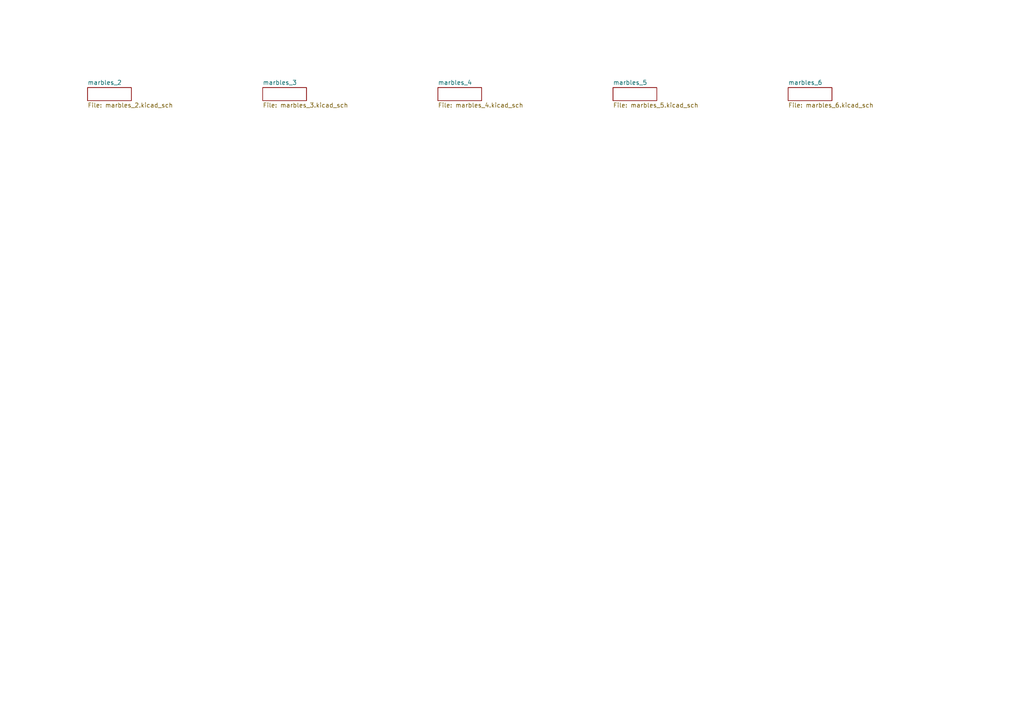
<source format=kicad_sch>
(kicad_sch (version 20211123) (generator eeschema)
  (paper "A4")
  (lib_symbols)
  (sheet (at 228.6 25.4) (size 12.7 3.81)
    (property "Sheet name" "marbles_6" (at 228.6 24.6884 0) (effects (justify left bottom)))
    (property "Sheet file" "marbles_6.kicad_sch" (at 228.6 29.7946 0) (effects (justify left top)))
  )
  (sheet (at 25.4 25.4) (size 12.7 3.81)
    (property "Sheet name" "marbles_2" (at 25.4 24.6884 0) (effects (justify left bottom)))
    (property "Sheet file" "marbles_2.kicad_sch" (at 25.4 29.7946 0) (effects (justify left top)))
  )
  (sheet (at 76.2 25.4) (size 12.7 3.81)
    (property "Sheet name" "marbles_3" (at 76.2 24.6884 0) (effects (justify left bottom)))
    (property "Sheet file" "marbles_3.kicad_sch" (at 76.2 29.7946 0) (effects (justify left top)))
  )
  (sheet (at 127 25.4) (size 12.7 3.81)
    (property "Sheet name" "marbles_4" (at 127 24.6884 0) (effects (justify left bottom)))
    (property "Sheet file" "marbles_4.kicad_sch" (at 127 29.7946 0) (effects (justify left top)))
  )
  (sheet (at 177.8 25.4) (size 12.7 3.81)
    (property "Sheet name" "marbles_5" (at 177.8 24.6884 0) (effects (justify left bottom)))
    (property "Sheet file" "marbles_5.kicad_sch" (at 177.8 29.7946 0) (effects (justify left top)))
  )
)
</source>
